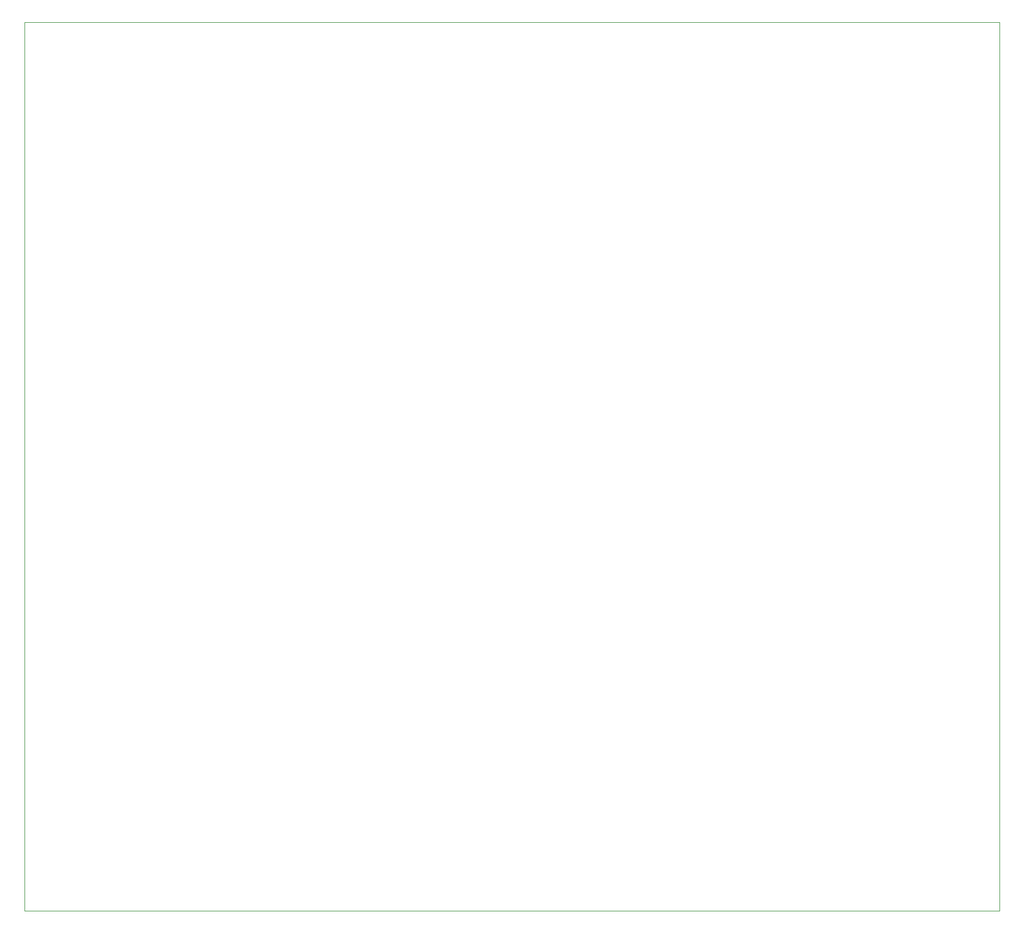
<source format=gbr>
G04 #@! TF.GenerationSoftware,KiCad,Pcbnew,(5.1.4)-1*
G04 #@! TF.CreationDate,2019-11-19T11:44:18-05:00*
G04 #@! TF.ProjectId,PacMan,5061634d-616e-42e6-9b69-6361645f7063,rev?*
G04 #@! TF.SameCoordinates,Original*
G04 #@! TF.FileFunction,Profile,NP*
%FSLAX46Y46*%
G04 Gerber Fmt 4.6, Leading zero omitted, Abs format (unit mm)*
G04 Created by KiCad (PCBNEW (5.1.4)-1) date 2019-11-19 11:44:18*
%MOMM*%
%LPD*%
G04 APERTURE LIST*
%ADD10C,0.050000*%
G04 APERTURE END LIST*
D10*
X163830000Y-38100000D02*
X163830000Y-170180000D01*
X163830000Y-38100000D02*
X19050000Y-38100000D01*
X19050000Y-38100000D02*
X19050000Y-170180000D01*
X19050000Y-170180000D02*
X163830000Y-170180000D01*
M02*

</source>
